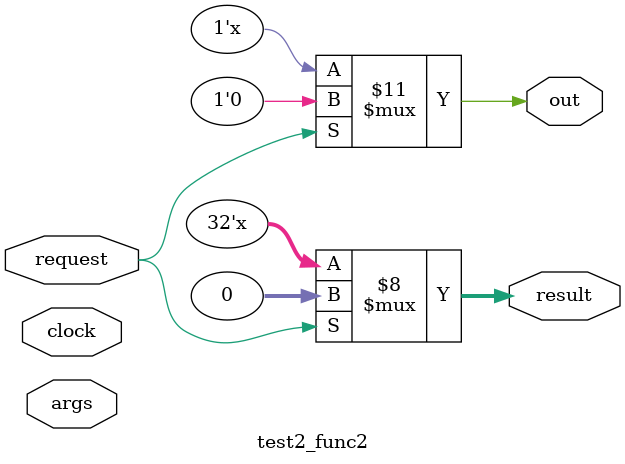
<source format=v>




module test2_func1(clock,request,out,args,result);
  // control signals
  input   clock;
  input   request;
  output  out;
  reg     out;

  // args/returns
  input   [31:0] args;
  output  [31:0] result;
  reg     [31:0] result;

  // internal values
  reg     [1:0]  proc = 1'b0;
  reg     [31:0] proc_args;

  // for func2
  reg     func2_request;
  wire    func2_out;
  wire    [31:0] func2_result_wire;
  reg     [31:0] func2_args;
  reg     [31:0] func2_result;
  
  // wire with func2
  test2_func2 func2(clock,func2_request,func2_out,func2_args,func2_result_wire);

  always @ ( clock ) begin
    if( request == 1'b0 ) begin
      casex ( proc ) 
        2'b00:
          begin
            // init
            out <= 1'b0;
            result <= 32'b0;
            func2_request <= 1'b0;
            func2_args   <= 32'b0;
            func2_result <= 32'b0;
            // step1
            proc_args <= args;
            proc <= 2'b1;
          end
        2'b10:
          begin
            // step2
            func2_args    = proc_args;
            func2_request = 1'b0;
            if(func2_out) begin
              func2_result <= func2_result_wire;
              proc <= 2'b11;
            end
          end
        2'bx1:
          begin
            begin
              // result
              result <= proc_args;
              // finalization
              func2_request <= 1'b0;
              func2_args   <= 32'b0;
              func2_result <= 32'b0;
            end
            out <= 1'b1;
          end
      endcase
    end else begin
      // reset
      out <= 1'b0;
      result <= 32'b0;
      proc <= 2'b0;
    end
  end
endmodule


// function without call any function
module test2_func2(clock,request,out,args,result);
  input   clock;
  input   request;
  output  out;
  reg     out;

  input   [31:0] args;
  output  [31:0] result;
  reg     [31:0] result;
  reg     [0:0]  proc = 1'b0;
  reg     [31:0] proc_args;

  always @ ( clock ) begin
    if( request == 1'b0 ) begin
      casex ( proc ) 
        1'b0:
          begin
            // init
            out <= 1'b0;
            result <= 32'b0;
            // step1
            proc_args <= args;
            proc <= 1'b1;
          end
        1'b1:
          begin
            begin
              // result
              result <= proc_args;
            end
            out <= 1'b1;
          end
      endcase
    end else begin
      // reset
      out <= 1'b0;
      result <= 32'b0;
      proc <= 1'b0;
    end
  end
endmodule


</source>
